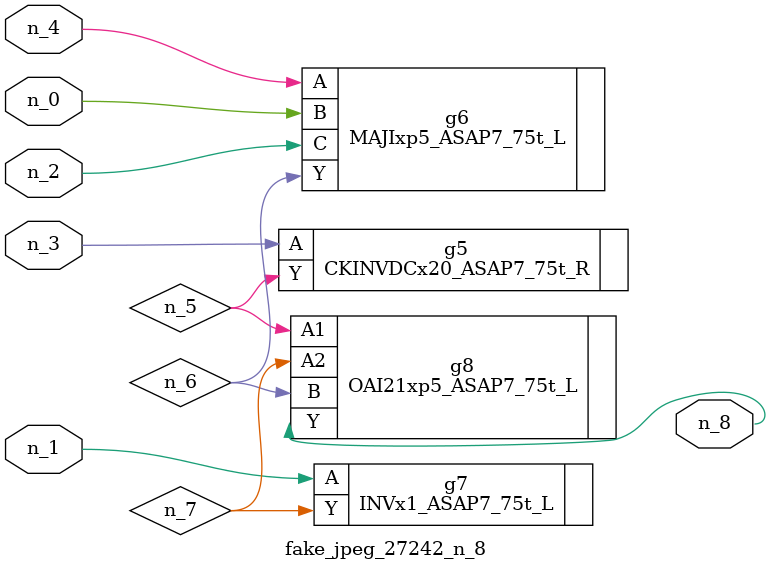
<source format=v>
module fake_jpeg_27242_n_8 (n_3, n_2, n_1, n_0, n_4, n_8);

input n_3;
input n_2;
input n_1;
input n_0;
input n_4;

output n_8;

wire n_6;
wire n_5;
wire n_7;

CKINVDCx20_ASAP7_75t_R g5 ( 
.A(n_3),
.Y(n_5)
);

MAJIxp5_ASAP7_75t_L g6 ( 
.A(n_4),
.B(n_0),
.C(n_2),
.Y(n_6)
);

INVx1_ASAP7_75t_L g7 ( 
.A(n_1),
.Y(n_7)
);

OAI21xp5_ASAP7_75t_L g8 ( 
.A1(n_5),
.A2(n_7),
.B(n_6),
.Y(n_8)
);


endmodule
</source>
